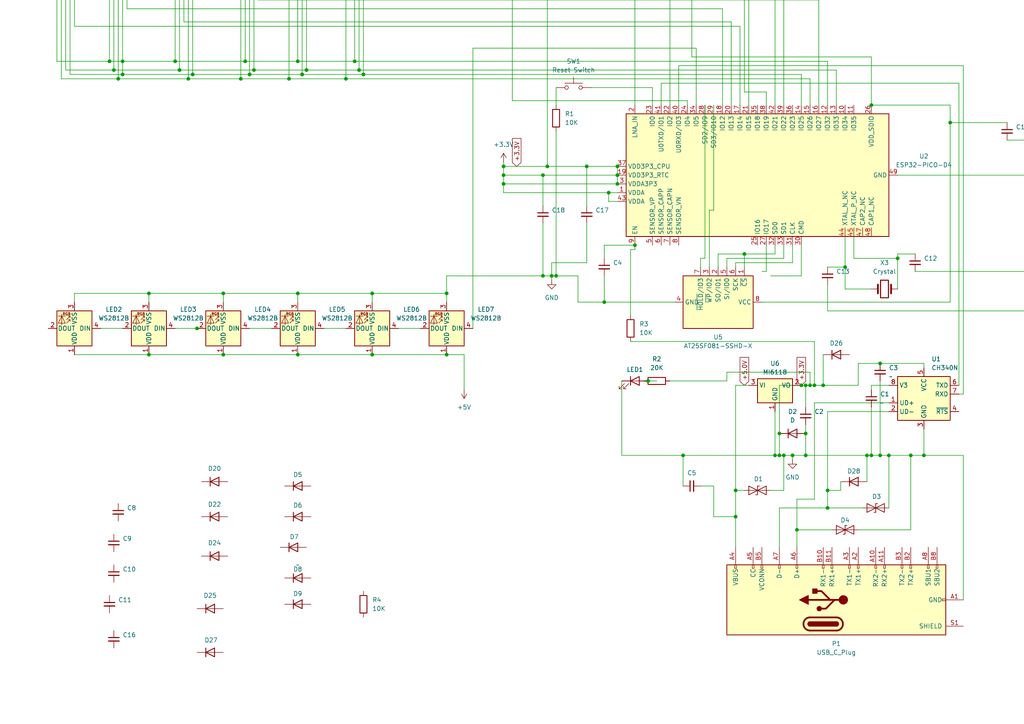
<source format=kicad_sch>
(kicad_sch (version 20250114) (generator "eeschema") (generator_version "9.0")
  (paper "A4")
  (junction (at 74.93 -20.32))
  (junction (at 300.99 -11.43))
  (junction (at 38.1 -21.59))
  (junction (at 74.93 -5.08))
  (junction (at 57.15 -41.91))
  (junction (at 33.02 20.32))
  (junction (at 193.04 -41.91))
  (junction (at 140.97 -49.53))
  (junction (at 231.14 153.67))
  (junction (at 107.95 102.87))
  (junction (at 88.9 20.32))
  (junction (at 74.93 -41.91))
  (junction (at 35.56 21.59))
  (junction (at 146.05 48.26))
  (junction (at 179.07 50.8))
  (junction (at 170.18 48.26))
  (junction (at 72.39 21.59))
  (junction (at 226.06 132.08))
  (junction (at 194.31 -20.32))
  (junction (at 233.68 132.08))
  (junction (at 57.15 -22.86))
  (junction (at 146.05 50.8))
  (junction (at 146.05 53.34))
  (junction (at 87.63 -24.13))
  (junction (at 43.18 85.09))
  (junction (at 69.85 22.86))
  (junction (at 100.33 22.86))
  (junction (at 275.59 35.56))
  (junction (at 224.79 132.08))
  (junction (at 90.17 -24.13))
  (junction (at 245.11 77.47))
  (junction (at 257.81 132.08))
  (junction (at 213.36 142.24))
  (junction (at 57.15 -7.62))
  (junction (at 31.75 17.78))
  (junction (at 107.95 -41.91))
  (junction (at 260.35 74.93))
  (junction (at 252.73 30.48))
  (junction (at 38.1 -41.91))
  (junction (at 86.36 85.09))
  (junction (at 129.54 85.09))
  (junction (at 300.99 50.8))
  (junction (at 267.97 132.08))
  (junction (at 184.15 71.12))
  (junction (at 21.59 -6.35))
  (junction (at 228.6 -17.78))
  (junction (at 223.52 -20.32))
  (junction (at 87.63 21.59))
  (junction (at 64.77 102.87))
  (junction (at 54.61 22.86))
  (junction (at 226.06 125.73))
  (junction (at 300.99 63.5))
  (junction (at 215.9 73.66))
  (junction (at 71.12 17.78))
  (junction (at 252.73 132.08))
  (junction (at 67.31 -62.23))
  (junction (at 255.27 132.08))
  (junction (at 132.08 -44.45))
  (junction (at 240.03 147.32))
  (junction (at 251.46 132.08))
  (junction (at 55.88 21.59))
  (junction (at 158.75 48.26))
  (junction (at 179.07 48.26))
  (junction (at 132.08 -54.61))
  (junction (at 87.63 -41.91))
  (junction (at 104.14 20.32))
  (junction (at 255.27 105.41))
  (junction (at 64.77 85.09))
  (junction (at 261.62 -40.64))
  (junction (at 227.33 132.08))
  (junction (at 50.8 17.78))
  (junction (at 90.17 -8.89))
  (junction (at 107.95 85.09))
  (junction (at 132.08 -68.58))
  (junction (at 241.3 -20.32))
  (junction (at 102.87 17.78))
  (junction (at 85.09 -62.23))
  (junction (at 35.56 17.78))
  (junction (at 198.12 132.08))
  (junction (at 21.59 -21.59))
  (junction (at 179.07 53.34))
  (junction (at 232.41 111.76))
  (junction (at 34.29 -62.23))
  (junction (at 83.82 22.86))
  (junction (at 234.95 111.76))
  (junction (at 157.48 50.8))
  (junction (at 233.68 111.76))
  (junction (at 57.15 95.25))
  (junction (at 105.41 21.59))
  (junction (at 213.36 149.86))
  (junction (at 251.46 -25.4))
  (junction (at 86.36 102.87))
  (junction (at 160.02 80.01))
  (junction (at 233.68 125.73))
  (junction (at 43.18 102.87))
  (junction (at 52.07 20.32))
  (junction (at 157.48 80.01))
  (junction (at 240.03 142.24))
  (junction (at 229.87 132.08))
  (junction (at 107.95 -8.89))
  (junction (at 300.99 -20.32))
  (junction (at 73.66 20.32))
  (junction (at 161.29 80.01))
  (junction (at 238.76 111.76))
  (junction (at 300.99 78.74))
  (junction (at 264.16 132.08))
  (junction (at 236.22 111.76))
  (junction (at 193.04 -20.32))
  (junction (at 236.22 -17.78))
  (junction (at 68.58 -62.23))
  (junction (at 129.54 102.87))
  (junction (at 200.66 -25.4))
  (junction (at 54.61 -62.23))
  (junction (at 187.96 110.49))
  (junction (at 107.95 -24.13))
  (junction (at 300.99 40.64))
  (junction (at 175.26 87.63))
  (junction (at 86.36 17.78))
  (junction (at 34.29 22.86))
  (junction (at 38.1 -6.35))
  (junction (at 176.53 55.88))
  (wire (pts (xy 245.11 68.58) (xy 245.11 77.47)))
  (wire (pts (xy 219.71 -25.4) (xy 224.79 -25.4)))
  (wire (pts (xy 43.18 85.09) (xy 64.77 85.09)))
  (wire (pts (xy 251.46 -25.4) (xy 251.46 -69.85)))
  (wire (pts (xy 57.15 -17.78) (xy 54.61 -17.78)))
  (wire (pts (xy 279.4 173.99) (xy 279.4 132.08)))
  (wire (pts (xy 19.05 -8.89) (xy 19.05 20.32)))
  (wire (pts (xy 207.01 149.86) (xy 213.36 149.86)))
  (wire (pts (xy 86.36 85.09) (xy 107.95 85.09)))
  (wire (pts (xy 292.1 40.64) (xy 300.99 40.64)))
  (wire (pts (xy 25.4 -6.35) (xy 25.4 -21.59)))
  (wire (pts (xy 134.62 102.87) (xy 129.54 102.87)))
  (wire (pts (xy 279.4 19.05) (xy 279.4 114.3)))
  (wire (pts (xy 194.31 30.48) (xy 194.31 -2.54)))
  (wire (pts (xy 140.97 -55.88) (xy 140.97 -49.53)))
  (wire (pts (xy 196.85 19.05) (xy 196.85 30.48)))
  (wire (pts (xy 261.62 -40.64) (xy 300.99 -40.64)))
  (wire (pts (xy 184.15 72.39) (xy 184.15 71.12)))
  (wire (pts (xy 265.43 78.74) (xy 300.99 78.74)))
  (wire (pts (xy 57.15 -15.24) (xy 55.88 -15.24)))
  (wire (pts (xy 214.63 7.62) (xy 21.59 7.62)))
  (wire (pts (xy 222.25 71.12) (xy 222.25 78.74)))
  (wire (pts (xy 54.61 -62.23) (xy 67.31 -62.23)))
  (wire (pts (xy 57.15 -22.86) (xy 57.15 -41.91)))
  (wire (pts (xy 243.84 139.7) (xy 243.84 142.24)))
  (wire (pts (xy 220.98 87.63) (xy 275.59 87.63)))
  (wire (pts (xy 115.57 95.25) (xy 121.92 95.25)))
  (wire (pts (xy 86.36 102.87) (xy 64.77 102.87)))
  (wire (pts (xy 132.08 -41.91) (xy 132.08 -44.45)))
  (wire (pts (xy 52.07 20.32) (xy 73.66 20.32)))
  (wire (pts (xy 226.06 125.73) (xy 226.06 132.08)))
  (wire (pts (xy 224.79 73.66) (xy 215.9 73.66)))
  (wire (pts (xy 167.64 87.63) (xy 167.64 80.01)))
  (wire (pts (xy 21.59 -6.35) (xy 25.4 -6.35)))
  (wire (pts (xy 68.58 -62.23) (xy 85.09 -62.23)))
  (wire (pts (xy 87.63 -24.13) (xy 90.17 -24.13)))
  (wire (pts (xy 175.26 80.01) (xy 175.26 87.63)))
  (wire (pts (xy 74.93 -5.08) (xy 78.74 -5.08)))
  (wire (pts (xy 107.95 -11.43) (xy 104.14 -11.43)))
  (wire (pts (xy 236.22 111.76) (xy 238.76 111.76)))
  (wire (pts (xy 175.26 87.63) (xy 195.58 87.63)))
  (wire (pts (xy 176.53 55.88) (xy 179.07 55.88)))
  (wire (pts (xy 238.76 102.87) (xy 238.76 111.76)))
  (wire (pts (xy 223.52 80.01) (xy 232.41 80.01)))
  (wire (pts (xy 209.55 2.54) (xy 36.83 2.54)))
  (wire (pts (xy 100.33 -19.05) (xy 100.33 22.86)))
  (wire (pts (xy 170.18 48.26) (xy 170.18 59.69)))
  (wire (pts (xy 184.15 71.12) (xy 175.26 71.12)))
  (wire (pts (xy 21.59 85.09) (xy 43.18 85.09)))
  (wire (pts (xy 74.93 0) (xy 237.49 0)))
  (wire (pts (xy 180.34 132.08) (xy 198.12 132.08)))
  (wire (pts (xy 255.27 110.49) (xy 255.27 132.08)))
  (wire (pts (xy 213.36 76.2) (xy 213.36 77.47)))
  (wire (pts (xy 215.9 73.66) (xy 208.28 73.66)))
  (wire (pts (xy 57.15 -10.16) (xy 52.07 -10.16)))
  (wire (pts (xy 261.62 -40.64) (xy 261.62 -33.02)))
  (wire (pts (xy 229.87 -24.13) (xy 228.6 -24.13)))
  (wire (pts (xy 300.99 40.64) (xy 300.99 50.8)))
  (wire (pts (xy 17.78 -19.05) (xy 17.78 -62.23)))
  (wire (pts (xy 90.17 -21.59) (xy 85.09 -21.59)))
  (wire (pts (xy 87.63 -41.91) (xy 87.63 -24.13)))
  (wire (pts (xy 194.31 110.49) (xy 210.82 110.49)))
  (wire (pts (xy 73.66 -7.62) (xy 73.66 20.32)))
  (wire (pts (xy 207.01 140.97) (xy 207.01 149.86)))
  (wire (pts (xy 267.97 106.68) (xy 267.97 105.41)))
  (wire (pts (xy 232.41 -24.13) (xy 236.22 -24.13)))
  (wire (pts (xy 148.59 29.21) (xy 199.39 29.21)))
  (wire (pts (xy 180.34 110.49) (xy 180.34 132.08)))
  (wire (pts (xy 16.51 -11.43) (xy 16.51 17.78)))
  (wire (pts (xy 213.36 -41.91) (xy 213.36 -38.1)))
  (wire (pts (xy 146.05 46.99) (xy 146.05 48.26)))
  (wire (pts (xy 240.03 119.38) (xy 257.81 119.38)))
  (wire (pts (xy 275.59 35.56) (xy 292.1 35.56)))
  (wire (pts (xy 190.5 110.49) (xy 187.96 110.49)))
  (wire (pts (xy 217.17 -38.1) (xy 213.36 -38.1)))
  (wire (pts (xy 78.74 -5.08) (xy 78.74 -20.32)))
  (wire (pts (xy 67.31 -62.23) (xy 68.58 -62.23)))
  (wire (pts (xy 232.41 71.12) (xy 232.41 80.01)))
  (wire (pts (xy 182.88 91.44) (xy 182.88 72.39)))
  (wire (pts (xy 300.99 78.74) (xy 300.99 90.17)))
  (wire (pts (xy 38.1 -13.97) (xy 35.56 -13.97)))
  (wire (pts (xy 134.62 113.03) (xy 134.62 102.87)))
  (wire (pts (xy 257.81 132.08) (xy 257.81 147.32)))
  (wire (pts (xy 52.07 -10.16) (xy 52.07 20.32)))
  (wire (pts (xy 226.06 132.08) (xy 227.33 132.08)))
  (wire (pts (xy 132.08 -54.61) (xy 132.08 -44.45)))
  (wire (pts (xy 129.54 80.01) (xy 129.54 85.09)))
  (wire (pts (xy 194.31 -20.32) (xy 223.52 -20.32)))
  (wire (pts (xy 55.88 -15.24) (xy 55.88 21.59)))
  (wire (pts (xy 209.55 -25.4) (xy 200.66 -25.4)))
  (wire (pts (xy 137.16 13.97) (xy 201.93 13.97)))
  (wire (pts (xy 240.03 77.47) (xy 245.11 77.47)))
  (wire (pts (xy 107.95 -21.59) (xy 100.33 -21.59)))
  (wire (pts (xy 71.12 -10.16) (xy 71.12 17.78)))
  (wire (pts (xy 194.31 -2.54) (xy 107.95 -2.54)))
  (wire (pts (xy 236.22 -24.13) (xy 236.22 -17.78)))
  (wire (pts (xy 252.73 113.03) (xy 252.73 111.76)))
  (wire (pts (xy 157.48 50.8) (xy 179.07 50.8)))
  (wire (pts (xy 267.97 124.46) (xy 267.97 132.08)))
  (wire (pts (xy 213.36 142.24) (xy 215.9 142.24)))
  (wire (pts (xy 148.59 -49.53) (xy 140.97 -49.53)))
  (wire (pts (xy 255.27 105.41) (xy 248.92 105.41)))
  (wire (pts (xy 93.98 95.25) (xy 100.33 95.25)))
  (wire (pts (xy 68.58 -62.23) (xy 68.58 -60.96)))
  (wire (pts (xy 170.18 76.2) (xy 160.02 76.2)))
  (wire (pts (xy 19.05 20.32) (xy 33.02 20.32)))
  (wire (pts (xy 179.07 58.42) (xy 176.53 58.42)))
  (wire (pts (xy 215.9 26.67) (xy 222.25 26.67)))
  (wire (pts (xy 54.61 -20.32) (xy 54.61 -62.23)))
  (wire (pts (xy 203.2 74.93) (xy 203.2 77.47)))
  (wire (pts (xy 224.79 71.12) (xy 224.79 73.66)))
  (wire (pts (xy 252.73 16.51) (xy 252.73 30.48)))
  (wire (pts (xy 241.3 -20.32) (xy 241.3 -17.78)))
  (wire (pts (xy 157.48 80.01) (xy 160.02 80.01)))
  (wire (pts (xy 93.98 -24.13) (xy 90.17 -24.13)))
  (wire (pts (xy 237.49 -40.64) (xy 261.62 -40.64)))
  (wire (pts (xy 227.33 -8.89) (xy 227.33 30.48)))
  (wire (pts (xy 106.68 -24.13) (xy 107.95 -24.13)))
  (wire (pts (xy 252.73 132.08) (xy 255.27 132.08)))
  (wire (pts (xy 105.41 -16.51) (xy 105.41 21.59)))
  (wire (pts (xy 21.59 -41.91) (xy 38.1 -41.91)))
  (wire (pts (xy 223.52 142.24) (xy 227.33 142.24)))
  (wire (pts (xy 215.9 26.67) (xy 215.9 -53.34)))
  (wire (pts (xy 267.97 105.41) (xy 255.27 105.41)))
  (wire (pts (xy 50.8 -12.7) (xy 50.8 17.78)))
  (wire (pts (xy 260.35 73.66) (xy 260.35 74.93)))
  (wire (pts (xy 229.87 71.12) (xy 229.87 76.2)))
  (wire (pts (xy 158.75 -49.53) (xy 193.04 -49.53)))
  (wire (pts (xy 222.25 26.67) (xy 222.25 30.48)))
  (wire (pts (xy 200.66 -25.4) (xy 200.66 16.51)))
  (wire (pts (xy 232.41 111.76) (xy 233.68 111.76)))
  (wire (pts (xy 146.05 48.26) (xy 146.05 50.8)))
  (wire (pts (xy 64.77 85.09) (xy 64.77 87.63)))
  (wire (pts (xy 229.87 132.08) (xy 233.68 132.08)))
  (wire (pts (xy 170.18 48.26) (xy 179.07 48.26)))
  (wire (pts (xy 238.76 111.76) (xy 248.92 111.76)))
  (wire (pts (xy 193.04 -44.45) (xy 193.04 -41.91)))
  (wire (pts (xy 240.03 147.32) (xy 240.03 142.24)))
  (wire (pts (xy 68.58 -20.32) (xy 74.93 -20.32)))
  (wire (pts (xy 237.49 30.48) (xy 237.49 0)))
  (wire (pts (xy 38.1 -41.91) (xy 57.15 -41.91)))
  (wire (pts (xy 232.41 -27.94) (xy 232.41 -24.13)))
  (wire (pts (xy 227.33 142.24) (xy 227.33 132.08)))
  (wire (pts (xy 15.24 -21.59) (xy 21.59 -21.59)))
  (wire (pts (xy 215.9 -53.34) (xy 222.25 -53.34)))
  (wire (pts (xy 240.03 17.78) (xy 102.87 17.78)))
  (wire (pts (xy 231.14 153.67) (xy 241.3 153.67)))
  (wire (pts (xy 21.59 -21.59) (xy 25.4 -21.59)))
  (wire (pts (xy 189.23 -20.32) (xy 193.04 -20.32)))
  (wire (pts (xy 236.22 116.84) (xy 257.81 116.84)))
  (wire (pts (xy 86.36 17.78) (xy 102.87 17.78)))
  (wire (pts (xy 203.2 140.97) (xy 207.01 140.97)))
  (wire (pts (xy 132.08 -78.74) (xy 132.08 -68.58)))
  (wire (pts (xy 175.26 71.12) (xy 175.26 74.93)))
  (wire (pts (xy 82.55 -24.13) (xy 87.63 -24.13)))
  (wire (pts (xy 208.28 73.66) (xy 208.28 77.47)))
  (wire (pts (xy 31.75 17.78) (xy 35.56 17.78)))
  (wire (pts (xy 57.15 -22.86) (xy 60.96 -22.86)))
  (wire (pts (xy 300.99 -40.64) (xy 300.99 -20.32)))
  (wire (pts (xy 227.33 -8.89) (xy 222.25 -8.89)))
  (wire (pts (xy 240.03 30.48) (xy 240.03 17.78)))
  (wire (pts (xy 86.36 85.09) (xy 86.36 87.63)))
  (wire (pts (xy 240.03 147.32) (xy 250.19 147.32)))
  (wire (pts (xy 161.29 38.1) (xy 161.29 80.01)))
  (wire (pts (xy 233.68 125.73) (xy 233.68 132.08)))
  (wire (pts (xy 87.63 -16.51) (xy 87.63 21.59)))
  (wire (pts (xy 86.36 -13.97) (xy 86.36 17.78)))
  (wire (pts (xy 71.12 17.78) (xy 86.36 17.78)))
  (wire (pts (xy 196.85 19.05) (xy 279.4 19.05)))
  (wire (pts (xy 251.46 -25.4) (xy 261.62 -25.4)))
  (wire (pts (xy 82.55 -8.89) (xy 82.55 -24.13)))
  (wire (pts (xy 191.77 24.13) (xy 191.77 30.48)))
  (wire (pts (xy 57.15 95.25) (xy 58.42 95.25)))
  (wire (pts (xy 72.39 -12.7) (xy 72.39 21.59)))
  (wire (pts (xy 243.84 142.24) (xy 240.03 142.24)))
  (wire (pts (xy 93.98 -8.89) (xy 93.98 -24.13)))
  (wire (pts (xy 29.21 95.25) (xy 35.56 95.25)))
  (wire (pts (xy 74.93 -12.7) (xy 72.39 -12.7)))
  (wire (pts (xy 100.33 22.86) (xy 234.95 22.86)))
  (wire (pts (xy 17.78 -16.51) (xy 21.59 -16.51)))
  (wire (pts (xy 33.02 -8.89) (xy 33.02 20.32)))
  (wire (pts (xy 41.91 -6.35) (xy 41.91 -21.59)))
  (wire (pts (xy 90.17 -19.05) (xy 83.82 -19.05)))
  (wire (pts (xy 161.29 80.01) (xy 167.64 80.01)))
  (wire (pts (xy 248.92 105.41) (xy 248.92 111.76)))
  (wire (pts (xy 220.98 78.74) (xy 222.25 78.74)))
  (wire (pts (xy 275.59 30.48) (xy 275.59 35.56)))
  (wire (pts (xy 73.66 20.32) (xy 88.9 20.32)))
  (wire (pts (xy 146.05 53.34) (xy 179.07 53.34)))
  (wire (pts (xy 251.46 -19.05) (xy 251.46 -25.4)))
  (wire (pts (xy 207.01 60.96) (xy 207.01 30.48)))
  (wire (pts (xy 228.6 -17.78) (xy 228.6 -13.97)))
  (wire (pts (xy 74.93 -20.32) (xy 74.93 -41.91)))
  (wire (pts (xy 74.93 -17.78) (xy 67.31 -17.78)))
  (wire (pts (xy 87.63 -41.91) (xy 107.95 -41.91)))
  (wire (pts (xy 167.64 87.63) (xy 175.26 87.63)))
  (wire (pts (xy 229.87 132.08) (xy 229.87 133.35)))
  (wire (pts (xy 30.48 -6.35) (xy 30.48 -21.59)))
  (wire (pts (xy 226.06 158.75) (xy 226.06 147.32)))
  (wire (pts (xy 69.85 22.86) (xy 69.85 -15.24)))
  (wire (pts (xy 38.1 -19.05) (xy 34.29 -19.05)))
  (wire (pts (xy 34.29 -16.51) (xy 34.29 22.86)))
  (wire (pts (xy 57.15 -7.62) (xy 60.96 -7.62)))
  (wire (pts (xy 205.74 60.96) (xy 207.01 60.96)))
  (wire (pts (xy 157.48 64.77) (xy 157.48 80.01)))
  (wire (pts (xy 107.95 -6.35) (xy 107.95 -2.54)))
  (wire (pts (xy 50.8 95.25) (xy 57.15 95.25)))
  (wire (pts (xy 106.68 -8.89) (xy 107.95 -8.89)))
  (wire (pts (xy 146.05 50.8) (xy 157.48 50.8)))
  (wire (pts (xy 227.33 74.93) (xy 210.82 74.93)))
  (wire (pts (xy 236.22 144.78) (xy 236.22 116.84)))
  (wire (pts (xy 15.24 -6.35) (xy 15.24 -21.59)))
  (wire (pts (xy 35.56 17.78) (xy 35.56 21.59)))
  (wire (pts (xy 224.79 -7.62) (xy 219.71 -7.62)))
  (wire (pts (xy 107.95 -16.51) (xy 105.41 -16.51)))
  (wire (pts (xy 279.4 114.3) (xy 278.13 114.3)))
  (wire (pts (xy 74.93 -20.32) (xy 78.74 -20.32)))
  (wire (pts (xy 200.66 -27.94) (xy 200.66 -25.4)))
  (wire (pts (xy 148.59 -33.02) (xy 148.59 29.21)))
  (wire (pts (xy 107.95 -8.89) (xy 111.76 -8.89)))
  (wire (pts (xy 38.1 -21.59) (xy 38.1 -41.91)))
  (wire (pts (xy 231.14 144.78) (xy 236.22 144.78)))
  (wire (pts (xy 38.1 -6.35) (xy 41.91 -6.35)))
  (wire (pts (xy 17.78 22.86) (xy 34.29 22.86)))
  (wire (pts (xy 64.77 85.09) (xy 86.36 85.09)))
  (wire (pts (xy 232.41 30.48) (xy 232.41 21.59)))
  (wire (pts (xy 148.59 -40.64) (xy 148.59 -49.53)))
  (wire (pts (xy 278.13 111.76) (xy 278.13 24.13)))
  (wire (pts (xy 111.76 -8.89) (xy 111.76 -24.13)))
  (wire (pts (xy 212.09 30.48) (xy 212.09 6.35)))
  (wire (pts (xy 106.68 -8.89) (xy 106.68 -24.13)))
  (wire (pts (xy 257.81 132.08) (xy 264.16 132.08)))
  (wire (pts (xy 100.33 -21.59) (xy 100.33 -62.23)))
  (wire (pts (xy 57.15 -12.7) (xy 50.8 -12.7)))
  (wire (pts (xy 60.96 -7.62) (xy 60.96 -22.86)))
  (wire (pts (xy 137.16 95.25) (xy 137.16 13.97)))
  (wire (pts (xy 74.93 -5.08) (xy 68.58 -5.08)))
  (wire (pts (xy 217.17 -5.08) (xy 217.17 30.48)))
  (wire (pts (xy 213.36 149.86) (xy 213.36 158.75)))
  (wire (pts (xy 224.79 -7.62) (xy 224.79 30.48)))
  (wire (pts (xy 107.95 -19.05) (xy 100.33 -19.05)))
  (wire (pts (xy 182.88 99.06) (xy 236.22 99.06)))
  (wire (pts (xy 72.39 95.25) (xy 78.74 95.25)))
  (wire (pts (xy 146.05 55.88) (xy 176.53 55.88)))
  (wire (pts (xy 251.46 139.7) (xy 251.46 132.08)))
  (wire (pts (xy 264.16 132.08) (xy 267.97 132.08)))
  (wire (pts (xy 107.95 -41.91) (xy 107.95 -24.13)))
  (wire (pts (xy 231.14 153.67) (xy 231.14 144.78)))
  (wire (pts (xy 160.02 80.01) (xy 161.29 80.01)))
  (wire (pts (xy 90.17 -11.43) (xy 88.9 -11.43)))
  (wire (pts (xy 223.52 -20.32) (xy 223.52 -17.78)))
  (wire (pts (xy 74.93 -10.16) (xy 71.12 -10.16)))
  (wire (pts (xy 140.97 -63.5) (xy 140.97 -68.58)))
  (wire (pts (xy 194.31 -33.02) (xy 194.31 -20.32)))
  (wire (pts (xy 83.82 22.86) (xy 100.33 22.86)))
  (wire (pts (xy 107.95 102.87) (xy 86.36 102.87)))
  (wire (pts (xy 210.82 74.93) (xy 210.82 77.47)))
  (wire (pts (xy 129.54 80.01) (xy 157.48 80.01)))
  (wire (pts (xy 90.17 -8.89) (xy 82.55 -8.89)))
  (wire (pts (xy 264.16 153.67) (xy 264.16 132.08)))
  (wire (pts (xy 21.59 -19.05) (xy 17.78 -19.05)))
  (wire (pts (xy 233.68 111.76) (xy 234.95 111.76)))
  (wire (pts (xy 85.09 -21.59) (xy 85.09 -62.23)))
  (wire (pts (xy 74.93 -41.91) (xy 87.63 -41.91)))
  (wire (pts (xy 57.15 -7.62) (xy 49.53 -7.62)))
  (wire (pts (xy 265.43 73.66) (xy 260.35 73.66)))
  (wire (pts (xy 224.79 119.38) (xy 224.79 132.08)))
  (wire (pts (xy 43.18 102.87) (xy 21.59 102.87)))
  (wire (pts (xy 229.87 -27.94) (xy 229.87 -24.13)))
  (wire (pts (xy 35.56 21.59) (xy 55.88 21.59)))
  (wire (pts (xy 105.41 21.59) (xy 232.41 21.59)))
  (wire (pts (xy 102.87 -13.97) (xy 107.95 -13.97)))
  (wire (pts (xy 240.03 90.17) (xy 300.99 90.17)))
  (wire (pts (xy 21.59 -21.59) (xy 21.59 -41.91)))
  (wire (pts (xy 20.32 21.59) (xy 35.56 21.59)))
  (wire (pts (xy 54.61 -17.78) (xy 54.61 22.86)))
  (wire (pts (xy 38.1 -11.43) (xy 31.75 -11.43)))
  (wire (pts (xy 179.07 53.34) (xy 179.07 50.8)))
  (wire (pts (xy 88.9 20.32) (xy 104.14 20.32)))
  (wire (pts (xy 245.11 83.82) (xy 252.73 83.82)))
  (wire (pts (xy 90.17 -8.89) (xy 93.98 -8.89)))
  (wire (pts (xy 198.12 140.97) (xy 198.12 132.08)))
  (wire (pts (xy 55.88 21.59) (xy 72.39 21.59)))
  (wire (pts (xy 228.6 -24.13) (xy 228.6 -17.78)))
  (wire (pts (xy 260.35 50.8) (xy 300.99 50.8)))
  (wire (pts (xy 275.59 35.56) (xy 275.59 87.63)))
  (wire (pts (xy 104.14 20.32) (xy 242.57 20.32)))
  (wire (pts (xy 87.63 -16.51) (xy 90.17 -16.51)))
  (wire (pts (xy 233.68 132.08) (xy 251.46 132.08)))
  (wire (pts (xy 209.55 -40.64) (xy 217.17 -40.64)))
  (wire (pts (xy 199.39 30.48) (xy 199.39 29.21)))
  (wire (pts (xy 227.33 71.12) (xy 227.33 74.93)))
  (wire (pts (xy 176.53 58.42) (xy 176.53 55.88)))
  (wire (pts (xy 57.15 -41.91) (xy 74.93 -41.91)))
  (wire (pts (xy 17.78 -16.51) (xy 17.78 22.86)))
  (wire (pts (xy 38.1 -16.51) (xy 34.29 -16.51)))
  (wire (pts (xy 219.71 -7.62) (xy 219.71 -25.4)))
  (wire (pts (xy 90.17 -5.08) (xy 217.17 -5.08)))
  (wire (pts (xy 260.35 74.93) (xy 260.35 83.82)))
  (wire (pts (xy 34.29 -62.23) (xy 54.61 -62.23)))
  (wire (pts (xy 233.68 123.19) (xy 233.68 125.73)))
  (wire (pts (xy 170.18 64.77) (xy 170.18 76.2)))
  (wire (pts (xy 90.17 -6.35) (xy 90.17 -5.08)))
  (wire (pts (xy 17.78 -62.23) (xy 34.29 -62.23)))
  (wire (pts (xy 160.02 80.01) (xy 160.02 81.28)))
  (wire (pts (xy 72.39 21.59) (xy 87.63 21.59)))
  (wire (pts (xy 255.27 132.08) (xy 257.81 132.08)))
  (wire (pts (xy 242.57 30.48) (xy 242.57 20.32)))
  (wire (pts (xy 74.93 -7.62) (xy 73.66 -7.62)))
  (wire (pts (xy 161.29 25.4) (xy 161.29 30.48)))
  (wire (pts (xy 104.14 -11.43) (xy 104.14 20.32)))
  (wire (pts (xy 300.99 63.5) (xy 300.99 78.74)))
  (wire (pts (xy 38.1 -8.89) (xy 33.02 -8.89)))
  (wire (pts (xy 193.04 -41.91) (xy 193.04 -20.32)))
  (wire (pts (xy 209.55 30.48) (xy 209.55 2.54)))
  (wire (pts (xy 252.73 30.48) (xy 275.59 30.48)))
  (wire (pts (xy 35.56 -13.97) (xy 35.56 17.78)))
  (wire (pts (xy 204.47 -69.85) (xy 204.47 -38.1)))
  (wire (pts (xy 132.08 -68.58) (xy 140.97 -68.58)))
  (wire (pts (xy 111.76 -24.13) (xy 107.95 -24.13)))
  (wire (pts (xy 234.95 111.76) (xy 236.22 111.76)))
  (wire (pts (xy 227.33 132.08) (xy 229.87 132.08)))
  (wire (pts (xy 21.59 -6.35) (xy 15.24 -6.35)))
  (wire (pts (xy 204.47 30.48) (xy 204.47 74.93)))
  (wire (pts (xy 107.95 85.09) (xy 107.95 87.63)))
  (wire (pts (xy 34.29 22.86) (xy 54.61 22.86)))
  (wire (pts (xy 139.7 -49.53) (xy 140.97 -49.53)))
  (wire (pts (xy 217.17 111.76) (xy 213.36 111.76)))
  (wire (pts (xy 158.75 48.26) (xy 170.18 48.26)))
  (wire (pts (xy 182.88 72.39) (xy 184.15 72.39)))
  (wire (pts (xy 160.02 76.2) (xy 160.02 80.01)))
  (wire (pts (xy 229.87 76.2) (xy 213.36 76.2)))
  (wire (pts (xy 213.36 -41.91) (xy 193.04 -41.91)))
  (wire (pts (xy 157.48 59.69) (xy 157.48 50.8)))
  (wire (pts (xy 226.06 147.32) (xy 240.03 147.32)))
  (wire (pts (xy 191.77 24.13) (xy 278.13 24.13)))
  (wire (pts (xy 33.02 20.32) (xy 52.07 20.32)))
  (wire (pts (xy 74.93 -2.54) (xy 74.93 0)))
  (wire (pts (xy 54.61 22.86) (xy 69.85 22.86)))
  (wire (pts (xy 69.85 22.86) (xy 83.82 22.86)))
  (wire (pts (xy 129.54 102.87) (xy 107.95 102.87)))
  (wire (pts (xy 251.46 132.08) (xy 252.73 132.08)))
  (wire (pts (xy 224.79 132.08) (xy 226.06 132.08)))
  (wire (pts (xy 68.58 -5.08) (xy 68.58 -20.32)))
  (wire (pts (xy 132.08 -54.61) (xy 132.08 -68.58)))
  (wire (pts (xy 198.12 132.08) (xy 224.79 132.08)))
  (wire (pts (xy 215.9 73.66) (xy 215.9 77.47)))
  (wire (pts (xy 50.8 17.78) (xy 71.12 17.78)))
  (wire (pts (xy 38.1 -6.35) (xy 30.48 -6.35)))
  (wire (pts (xy 209.55 -25.4) (xy 209.55 -40.64)))
  (wire (pts (xy 129.54 85.09) (xy 129.54 87.63)))
  (wire (pts (xy 83.82 -19.05) (xy 83.82 22.86)))
  (wire (pts (xy 300.99 -11.43) (xy 300.99 40.64)))
  (wire (pts (xy 87.63 21.59) (xy 105.41 21.59)))
  (wire (pts (xy 205.74 77.47) (xy 205.74 60.96)))
  (wire (pts (xy 251.46 -11.43) (xy 300.99 -11.43)))
  (wire (pts (xy 38.1 -21.59) (xy 41.91 -21.59)))
  (wire (pts (xy 226.06 125.73) (xy 226.06 111.76)))
  (wire (pts (xy 43.18 85.09) (xy 43.18 87.63)))
  (wire (pts (xy 231.14 158.75) (xy 231.14 153.67)))
  (wire (pts (xy 53.34 6.35) (xy 53.34 -5.08)))
  (wire (pts (xy 233.68 118.11) (xy 233.68 111.76)))
  (wire (pts (xy 247.65 74.93) (xy 260.35 74.93)))
  (wire (pts (xy 234.95 30.48) (xy 234.95 22.86)))
  (wire (pts (xy 236.22 -17.78) (xy 236.22 -13.97)))
  (wire (pts (xy 146.05 53.34) (xy 146.05 55.88)))
  (wire (pts (xy 85.09 -62.23) (xy 100.33 -62.23)))
  (wire (pts (xy 224.79 -27.94) (xy 224.79 -25.4)))
  (wire (pts (xy 189.23 30.48) (xy 189.23 25.4)))
  (wire (pts (xy 251.46 -69.85) (xy 204.47 -69.85)))
  (wire (pts (xy 234.95 107.95) (xy 234.95 111.76)))
  (wire (pts (xy 184.15 -20.32) (xy 184.15 30.48)))
  (wire (pts (xy 223.52 -20.32) (xy 241.3 -20.32)))
  (wire (pts (xy 247.65 68.58) (xy 247.65 74.93)))
  (wire (pts (xy 146.05 48.26) (xy 158.75 48.26)))
  (wire (pts (xy 214.63 30.48) (xy 214.63 7.62)))
  (wire (pts (xy 49.53 -7.62) (xy 49.53 -22.86)))
  (wire (pts (xy 21.59 85.09) (xy 21.59 87.63)))
  (wire (pts (xy 64.77 102.87) (xy 43.18 102.87)))
  (wire (pts (xy 213.36 142.24) (xy 213.36 149.86)))
  (wire (pts (xy 35.56 17.78) (xy 50.8 17.78)))
  (wire (pts (xy 102.87 17.78) (xy 102.87 -13.97)))
  (wire (pts (xy 245.11 77.47) (xy 245.11 83.82)))
  (wire (pts (xy 90.17 -13.97) (xy 86.36 -13.97)))
  (wire (pts (xy 240.03 142.24) (xy 240.03 119.38)))
  (wire (pts (xy 158.75 -49.53) (xy 158.75 48.26)))
  (wire (pts (xy 107.95 -41.91) (xy 132.08 -41.91)))
  (wire (pts (xy 21.59 -11.43) (xy 16.51 -11.43)))
  (wire (pts (xy 30.48 -21.59) (xy 38.1 -21.59)))
  (wire (pts (xy 171.45 25.4) (xy 189.23 25.4)))
  (wire (pts (xy 36.83 -3.81) (xy 38.1 -3.81)))
  (wire (pts (xy 300.99 -20.32) (xy 300.99 -11.43)))
  (wire (pts (xy 200.66 -33.02) (xy 194.31 -33.02)))
  (wire (pts (xy 53.34 -5.08) (xy 57.15 -5.08)))
  (wire (pts (xy 34.29 -19.05) (xy 34.29 -62.23)))
  (wire (pts (xy 210.82 110.49) (xy 210.82 107.95)))
  (wire (pts (xy 21.59 -13.97) (xy 20.32 -13.97)))
  (wire (pts (xy 210.82 107.95) (xy 234.95 107.95)))
  (wire (pts (xy 67.31 -62.23) (xy 67.31 -17.78)))
  (wire (pts (xy 201.93 30.48) (xy 201.93 13.97)))
  (wire (pts (xy 36.83 2.54) (xy 36.83 -3.81)))
  (wire (pts (xy 193.04 -20.32) (xy 194.31 -20.32)))
  (wire (pts (xy 236.22 99.06) (xy 236.22 111.76)))
  (wire (pts (xy 21.59 -3.81) (xy 21.59 7.62)))
  (wire (pts (xy 248.92 153.67) (xy 264.16 153.67)))
  (wire (pts (xy 252.73 118.11) (xy 252.73 132.08)))
  (wire (pts (xy 267.97 132.08) (xy 279.4 132.08)))
  (wire (pts (xy 16.51 17.78) (xy 31.75 17.78)))
  (wire (pts (xy 49.53 -22.86) (xy 57.15 -22.86)))
  (wire (pts (xy 212.09 6.35) (xy 53.34 6.35)))
  (wire (pts (xy 241.3 -20.32) (xy 300.99 -20.32)))
  (wire (pts (xy 146.05 50.8) (xy 146.05 53.34)))
  (wire (pts (xy 204.47 74.93) (xy 203.2 74.93)))
  (wire (pts (xy 21.59 -8.89) (xy 19.05 -8.89)))
  (wire (pts (xy 88.9 -11.43) (xy 88.9 20.32)))
  (wire (pts (xy 252.73 111.76) (xy 257.81 111.76)))
  (wire (pts (xy 213.36 111.76) (xy 213.36 142.24)))
  (wire (pts (xy 179.07 48.26) (xy 179.07 50.8)))
  (wire (pts (xy 222.25 -8.89) (xy 222.25 -27.94)))
  (wire (pts (xy 31.75 -11.43) (xy 31.75 17.78)))
  (wire (pts (xy 300.99 63.5) (xy 300.99 50.8)))
  (wire (pts (xy 57.15 -20.32) (xy 54.61 -20.32)))
  (wire (pts (xy 69.85 -15.24) (xy 74.93 -15.24)))
  (wire (pts (xy 107.95 85.09) (xy 129.54 85.09)))
  (wire (pts (xy 240.03 82.55) (xy 240.03 90.17)))
  (wire (pts (xy 200.66 16.51) (xy 252.73 16.51)))
  (wire (pts (xy 226.06 111.76) (xy 232.41 111.76)))
  (wire (pts (xy 20.32 -13.97) (xy 20.32 21.59)))
  (wire (pts (xy 186.69 110.49) (xy 187.96 110.49)))
  (global_label "+3.3V" (shape input) (at 149.86 48.26 90) (property "Intersheetrefs" "${INTERSHEET_REFS}" (effects (hide yes))))
  (global_label "+5.0V" (shape input) (at 215.9 111.76 90) (property "Intersheetrefs" "${INTERSHEET_REFS}" (effects (hide yes))))
  (global_label "+3.3V" (shape input) (at 232.41 111.76 90) (property "Intersheetrefs" "${INTERSHEET_REFS}" (effects (hide yes))))
  (symbol (lib_id "Device:C_Small") (at 170.18 62.23 0) (unit 1)
    (property "Reference" "C17" (at 172.72 60.9662 0) (effects (justify left)))
    (property "Value" "C_Small" (effects (hide yes)))
    (property "Description" "Unpolarized capacitor, small symbol" (effects (hide yes)))
  )
  (symbol (lib_id "Diode:SD05_SOD323") (at 219.71 142.24 0) (unit 1)
    (property "Reference" "D1" (at 219.964 138.938 0))
    (property "Value" "SD05_SOD323" (effects (hide yes)))
    (property "Footprint" "Diode_SMD:D_0201_0603Metric" (effects (hide yes)))
    (property "Datasheet" "https://www.littelfuse.com/~/media/electronics/datasheets/tvs_diode_arrays/littelfuse_tvs_diode_array_sd_c_datasheet.pdf.pdf" (effects (hide yes)))
    (property "Description" "5V, 450W Discrete Bidirectional TVS Diode, SOD-323" (effects (hide yes)))
  )
  (symbol (lib_id "Device:C_Small") (at 252.73 115.57 0) (unit 1)
    (property "Reference" "C1" (at 255.27 114.3062 0) (effects (justify left)))
    (property "Value" "~" (at 255.27 116.8462 0) (effects (justify left)))
    (property "Description" "Unpolarized capacitor, small symbol" (effects (hide yes)))
  )
  (symbol (lib_id "Transistor_FET:AO3401A") (at 134.62 -49.53 180) (unit 1)
    (property "Reference" "Q2" (at 128.27 -50.8001 0) (effects (justify left)))
    (property "Value" "AO3401A" (at 128.27 -48.2601 0) (effects (justify left)))
    (property "Footprint" "Package_TO_SOT_SMD:SOT-23" (effects (hide yes)))
    (property "Datasheet" "http://www.aosmd.com/pdfs/datasheet/AO3401A.pdf" (effects (hide yes)))
    (property "Description" "-4.0A Id, -30V Vds, P-Channel MOSFET, SOT-23" (effects (hide yes)))
  )
  (symbol (lib_id "Device:C_Small") (at 34.29 148.59 0) (unit 1)
    (property "Reference" "C8" (at 36.83 147.3262 0) (effects (justify left)))
    (property "Value" "C_Small" (effects (hide yes)))
    (property "Description" "Unpolarized capacitor, small symbol" (effects (hide yes)))
  )
  (symbol (lib_id "LED:WS2812B") (at 64.77 95.25 180) (unit 1)
    (property "Reference" "LED4" (at 76.2 89.7538 0))
    (property "Value" "WS2812B" (at 76.2 92.2938 0))
    (property "Footprint" "LED_SMD:LED_WS2812B_PLCC4_5.0x5.0mm_P3.2mm" (effects (hide yes)))
    (property "Datasheet" "https://cdn-shop.adafruit.com/datasheets/WS2812B.pdf" (effects (hide yes)))
    (property "Description" "RGB LED with integrated controller" (effects (hide yes)))
  )
  (symbol (lib_id "LED:WS2812B") (at 86.36 95.25 180) (unit 1)
    (property "Reference" "LED5" (at 97.79 89.7538 0))
    (property "Value" "WS2812B" (at 97.79 92.2938 0))
    (property "Footprint" "LED_SMD:LED_WS2812B_PLCC4_5.0x5.0mm_P3.2mm" (effects (hide yes)))
    (property "Datasheet" "https://cdn-shop.adafruit.com/datasheets/WS2812B.pdf" (effects (hide yes)))
    (property "Description" "RGB LED with integrated controller" (effects (hide yes)))
  )
  (symbol (lib_id "Device:D") (at 229.87 125.73 0) (unit 1)
    (property "Reference" "D2" (at 229.87 119.38 0))
    (property "Value" "D" (at 229.87 121.92 0))
    (property "Description" "Diode" (effects (hide yes)))
    (property "Sim.Device" "D" (effects (hide yes)))
    (property "Sim.Pins" "1=K 2=A" (effects (hide yes)))
  )
  (symbol (lib_id "Device:Battery_Cell") (at 261.62 -30.48 180) (unit 1)
    (property "Reference" "BT1" (at 265.43 -29.9086 0) (effects (justify right)))
    (property "Value" "Battery_Cell" (at 265.43 -27.3686 0) (effects (justify right)))
    (property "Description" "Single-cell battery" (effects (hide yes)))
  )
  (symbol (lib_id "Device:C_Small") (at 33.02 157.48 0) (unit 1)
    (property "Reference" "C9" (at 35.56 156.2162 0) (effects (justify left)))
    (property "Value" "C_Small" (effects (hide yes)))
    (property "Description" "Unpolarized capacitor, small symbol" (effects (hide yes)))
  )
  (symbol (lib_id "Device:D") (at 86.36 140.97 0) (unit 1)
    (property "Reference" "D5" (at 86.36 137.668 0))
    (property "Value" "D" (effects (hide yes)))
    (property "Description" "Diode" (effects (hide yes)))
    (property "Sim.Device" "D" (effects (hide yes)))
    (property "Sim.Pins" "1=K 2=A" (effects (hide yes)))
  )
  (symbol (lib_id "Device:R") (at 140.97 -59.69 180) (unit 1)
    (property "Reference" "R6" (at 143.51 -60.9601 0) (effects (justify right)))
    (property "Value" "10K" (at 143.51 -58.4201 0) (effects (justify right)))
    (property "Description" "Resistor" (effects (hide yes)))
  )
  (symbol (lib_id "Device:C_Small") (at 33.02 185.42 0) (unit 1)
    (property "Reference" "C16" (at 35.56 184.1562 0) (effects (justify left)))
    (property "Value" "C_Small" (effects (hide yes)))
    (property "Description" "Unpolarized capacitor, small symbol" (effects (hide yes)))
  )
  (symbol (lib_id "power:GND") (at 229.87 133.35 0) (unit 1)
    (property "Reference" "#PWR01" (effects (hide yes)))
    (property "Value" "GND" (at 229.87 138.43 0))
    (property "Description" "Power symbol creates a global label with name \"GND\" , ground" (effects (hide yes)))
  )
  (symbol (lib_id "Connector:USB_C_Plug") (at 238.76 173.99 90) (unit 1)
    (property "Reference" "P1" (at 242.57 186.69 90))
    (property "Value" "USB_C_Plug" (at 242.57 189.23 90))
    (property "Footprint" "Connector_USB:USB_C_Receptacle_GCT_USB4105-xx-A_16P_TopMnt_Horizontal" (effects (hide yes)))
    (property "Datasheet" "https://www.usb.org/sites/default/files/documents/usb_type-c.zip" (effects (hide yes)))
    (property "Description" "USB Type-C Plug connector" (effects (hide yes)))
  )
  (symbol (lib_id "Device:D") (at 62.23 139.7 0) (unit 1)
    (property "Reference" "D20" (at 62.23 135.89 0))
    (property "Value" "D" (effects (hide yes)))
    (property "Description" "Diode" (effects (hide yes)))
    (property "Sim.Device" "D" (effects (hide yes)))
    (property "Sim.Pins" "1=K 2=A" (effects (hide yes)))
  )
  (symbol (lib_id "Device:R") (at 105.41 175.26 0) (unit 1)
    (property "Reference" "R4" (at 107.95 173.9899 0) (effects (justify left)))
    (property "Value" "10K" (at 107.95 176.5299 0) (effects (justify left)))
    (property "Description" "Resistor" (effects (hide yes)))
  )
  (symbol (lib_id "Device:R") (at 182.88 95.25 0) (unit 1)
    (property "Reference" "R3" (at 185.42 93.9799 0) (effects (justify left)))
    (property "Value" "10K" (at 185.42 96.5199 0) (effects (justify left)))
    (property "Description" "Resistor" (effects (hide yes)))
  )
  (symbol (lib_id "Device:LED") (at 184.15 110.49 0) (unit 1)
    (property "Reference" "LED1" (at 184.15 107.188 0))
    (property "Value" "LED" (effects (hide yes)))
    (property "Description" "Light emitting diode" (effects (hide yes)))
  )
  (symbol (lib_id "Device:C_Small") (at 233.68 120.65 0) (unit 1)
    (property "Reference" "C2" (at 236.22 119.3862 0) (effects (justify left)))
    (property "Value" "C_Small" (effects (hide yes)))
    (property "Description" "Unpolarized capacitor, small symbol" (effects (hide yes)))
  )
  (symbol (lib_id "Device:C_Small") (at 265.43 76.2 0) (unit 1)
    (property "Reference" "C12" (at 267.97 74.9362 0) (effects (justify left)))
    (property "Value" "C_Small" (effects (hide yes)))
    (property "Description" "Unpolarized capacitor, small symbol" (effects (hide yes)))
  )
  (symbol (lib_id "LED:WS2812B") (at 43.18 95.25 180) (unit 1)
    (property "Reference" "LED3" (at 54.61 89.7538 0))
    (property "Value" "WS2812B" (at 54.61 92.2938 0))
    (property "Footprint" "LED_SMD:LED_WS2812B_PLCC4_5.0x5.0mm_P3.2mm" (effects (hide yes)))
    (property "Datasheet" "https://cdn-shop.adafruit.com/datasheets/WS2812B.pdf" (effects (hide yes)))
    (property "Description" "RGB LED with integrated controller" (effects (hide yes)))
  )
  (symbol (lib_id "Regulator_Linear:AP1117-33") (at 224.79 111.76 0) (unit 1)
    (property "Reference" "U6" (at 224.79 105.41 0))
    (property "Value" "MI6118" (at 224.79 107.95 0))
    (property "Footprint" "Package_TO_SOT_SMD:SOT-223-3_TabPin2" (effects (hide yes)))
    (property "Datasheet" "http://www.diodes.com/datasheets/AP1117.pdf" (effects (hide yes)))
    (property "Description" "1A Low Dropout regulator, positive, 3.3V fixed output, SOT-223" (effects (hide yes)))
  )
  (symbol (lib_id "Device:D") (at 60.96 176.53 0) (unit 1)
    (property "Reference" "D25" (at 60.96 172.72 0))
    (property "Value" "D" (effects (hide yes)))
    (property "Description" "Diode" (effects (hide yes)))
    (property "Sim.Device" "D" (effects (hide yes)))
    (property "Sim.Pins" "1=K 2=A" (effects (hide yes)))
  )
  (symbol (lib_id "Device:D") (at 86.36 149.86 0) (unit 1)
    (property "Reference" "D6" (at 86.36 146.558 0))
    (property "Value" "D" (effects (hide yes)))
    (property "Description" "Diode" (effects (hide yes)))
    (property "Sim.Device" "D" (effects (hide yes)))
    (property "Sim.Pins" "1=K 2=A" (effects (hide yes)))
  )
  (symbol (lib_id "Device:R") (at 190.5 110.49 90) (unit 1)
    (property "Reference" "R2" (at 190.5 104.14 90))
    (property "Value" "20K" (at 190.5 106.68 90))
    (property "Description" "Resistor" (effects (hide yes)))
  )
  (symbol (lib_id "Device:C_Small") (at 175.26 77.47 0) (unit 1)
    (property "Reference" "C4" (at 177.8 76.2062 0) (effects (justify left)))
    (property "Value" "C_Small" (effects (hide yes)))
    (property "Description" "Unpolarized capacitor, small symbol" (effects (hide yes)))
  )
  (symbol (lib_id "Device:Crystal") (at 232.41 -13.97 0) (unit 1)
    (property "Reference" "X1" (at 232.41 -21.59 0))
    (property "Value" "Crystal" (at 232.41 -19.05 0))
    (property "Description" "Two pin crystal" (effects (hide yes)))
  )
  (symbol (lib_id "Connector:Conn_Coaxial_Small") (at 186.69 -20.32 0) (unit 1)
    (property "Reference" "J1" (at 186.1704 -26.67 0))
    (property "Value" "Conn_Coaxial_Small" (at 186.1704 -24.13 0))
    (property "Datasheet" " ~" (effects (hide yes)))
    (property "Description" "small coaxial connector (BNC, SMA, SMB, SMC, Cinch/RCA, LEMO, ...)" (effects (hide yes)))
  )
  (symbol (lib_name "Conn_01x08_Socket_1") (lib_id "Connector:Conn_01x08_Socket") (at 113.03 -16.51 0) (unit 1)
    (property "Reference" "FPC5" (at 114.3 -16.5101 0) (effects (justify left)))
    (property "Value" "Conn_01x08_Socket" (effects (hide yes)))
    (property "Description" "Generic connector, single row, 01x08, script generated" (effects (hide yes)))
  )
  (symbol (lib_id "Device:C_Small") (at 157.48 62.23 0) (unit 1)
    (property "Reference" "C18" (at 160.02 60.9662 0) (effects (justify left)))
    (property "Value" "C_Small" (effects (hide yes)))
    (property "Description" "Unpolarized capacitor, small symbol" (effects (hide yes)))
  )
  (symbol (lib_id "Device:D") (at 247.65 139.7 0) (unit 1)
    (property "Reference" "D28" (at 247.65 136.652 0))
    (property "Value" "D" (effects (hide yes)))
    (property "Description" "Diode" (effects (hide yes)))
    (property "Sim.Device" "D" (effects (hide yes)))
    (property "Sim.Pins" "1=K 2=A" (effects (hide yes)))
  )
  (symbol (lib_id "Device:D") (at 62.23 161.29 0) (unit 1)
    (property "Reference" "D24" (at 62.23 157.48 0))
    (property "Value" "D" (effects (hide yes)))
    (property "Description" "Diode" (effects (hide yes)))
    (property "Sim.Device" "D" (effects (hide yes)))
    (property "Sim.Pins" "1=K 2=A" (effects (hide yes)))
  )
  (symbol (lib_id "Diode:SD05_SOD323") (at 254 147.32 0) (unit 1)
    (property "Reference" "D3" (at 254.254 144.018 0))
    (property "Value" "SD05_SOD323" (effects (hide yes)))
    (property "Footprint" "Diode_SMD:D_0201_0603Metric" (effects (hide yes)))
    (property "Datasheet" "https://www.littelfuse.com/~/media/electronics/datasheets/tvs_diode_arrays/littelfuse_tvs_diode_array_sd_c_datasheet.pdf.pdf" (effects (hide yes)))
    (property "Description" "5V, 450W Discrete Bidirectional TVS Diode, SOD-323" (effects (hide yes)))
  )
  (symbol (lib_id "power:GND") (at 300.99 63.5 0) (unit 1)
    (property "Reference" "#PWR02" (effects (hide yes)))
    (property "Value" "GND" (at 300.99 68.58 0))
    (property "Description" "Power symbol creates a global label with name \"GND\" , ground" (effects (hide yes)))
  )
  (symbol (lib_id "Device:C_Small") (at 292.1 38.1 0) (unit 1)
    (property "Reference" "C15" (at 294.64 36.8362 0) (effects (justify left)))
    (property "Value" "C_Small" (effects (hide yes)))
    (property "Description" "Unpolarized capacitor, small symbol" (effects (hide yes)))
  )
  (symbol (lib_id "Device:C_Small") (at 255.27 107.95 0) (unit 1)
    (property "Reference" "C3" (at 257.81 106.6862 0) (effects (justify left)))
    (property "Value" "~" (at 257.81 109.2262 0) (effects (justify left)))
    (property "Description" "Unpolarized capacitor, small symbol" (effects (hide yes)))
  )
  (symbol (lib_id "Device:C_Small") (at 193.04 -46.99 0) (unit 1)
    (property "Reference" "C19" (at 195.58 -48.2538 0) (effects (justify left)))
    (property "Value" "C_Small" (effects (hide yes)))
    (property "Description" "Unpolarized capacitor, small symbol" (effects (hide yes)))
  )
  (symbol (lib_id "Device:C_Small") (at 240.03 80.01 0) (unit 1)
    (property "Reference" "C13" (at 242.57 78.7462 0) (effects (justify left)))
    (property "Value" "C_Small" (effects (hide yes)))
    (property "Description" "Unpolarized capacitor, small symbol" (effects (hide yes)))
  )
  (symbol (lib_id "LED:WS2812B") (at 107.95 95.25 180) (unit 1)
    (property "Reference" "LED6" (at 119.38 89.7538 0))
    (property "Value" "WS2812B" (at 119.38 92.2938 0))
    (property "Footprint" "LED_SMD:LED_WS2812B_PLCC4_5.0x5.0mm_P3.2mm" (effects (hide yes)))
    (property "Datasheet" "https://cdn-shop.adafruit.com/datasheets/WS2812B.pdf" (effects (hide yes)))
    (property "Description" "RGB LED with integrated controller" (effects (hide yes)))
  )
  (symbol (lib_id "LED:WS2812B") (at 21.59 95.25 180) (unit 1)
    (property "Reference" "LED2" (at 33.02 89.7538 0))
    (property "Value" "WS2812B" (at 33.02 92.2938 0))
    (property "Footprint" "LED_SMD:LED_WS2812B_PLCC4_5.0x5.0mm_P3.2mm" (effects (hide yes)))
    (property "Datasheet" "https://cdn-shop.adafruit.com/datasheets/WS2812B.pdf" (effects (hide yes)))
    (property "Description" "RGB LED with integrated controller" (effects (hide yes)))
  )
  (symbol (lib_id "power:+3.3V") (at 132.08 -78.74 0) (unit 1)
    (property "Reference" "#PWR07" (effects (hide yes)))
    (property "Value" "+3.3V" (at 132.08 -83.82 0))
    (property "Description" "Power symbol creates a global label with name \"+3.3V\"" (effects (hide yes)))
  )
  (symbol (lib_id "Device:D") (at 242.57 102.87 0) (unit 1)
    (property "Reference" "D26" (at 242.57 99.568 0))
    (property "Value" "D" (effects (hide yes)))
    (property "Description" "Diode" (effects (hide yes)))
    (property "Sim.Device" "D" (effects (hide yes)))
    (property "Sim.Pins" "1=K 2=A" (effects (hide yes)))
  )
  (symbol (lib_id "Device:C_Small") (at 226.06 -17.78 90) (unit 1)
    (property "Reference" "C7" (at 226.0663 -21.59 90))
    (property "Value" "~" (at 226.0663 -20.32 90))
    (property "Description" "Unpolarized capacitor, small symbol" (effects (hide yes)))
  )
  (symbol (lib_id "MCU_Espressif:ESP32-PICO-D4") (at 219.71 50.8 90) (unit 1)
    (property "Reference" "U2" (at 267.97 45.3038 90))
    (property "Value" "ESP32-PICO-D4" (at 267.97 47.8438 90))
    (property "Footprint" "Package_DFN_QFN:QFN-48-1EP_7x7mm_P0.5mm_EP5.3x5.3mm" (effects (hide yes)))
    (property "Datasheet" "https://www.espressif.com/sites/default/files/documentation/esp32-pico-d4_datasheet_en.pdf" (effects (hide yes)))
    (property "Description" "RF Module, ESP32 SoC, Wi-Fi 802.11b/g/n, Bluetooth, BLE, 32-bit, 2.7-3.6V, external antenna, QFN-48" (effects (hide yes)))
  )
  (symbol (lib_id "Connector:Conn_01x08_Socket") (at 62.23 -15.24 0) (unit 1)
    (property "Reference" "FPC1" (at 63.5 -15.2401 0) (effects (justify left)))
    (property "Value" "Conn_01x08_Socket" (effects (hide yes)))
    (property "Description" "Generic connector, single row, 01x08, script generated" (effects (hide yes)))
  )
  (symbol (lib_id "Device:D") (at 62.23 149.86 0) (unit 1)
    (property "Reference" "D22" (at 62.23 146.304 0))
    (property "Value" "D" (effects (hide yes)))
    (property "Description" "Diode" (effects (hide yes)))
    (property "Sim.Device" "D" (effects (hide yes)))
    (property "Sim.Pins" "1=K 2=A" (effects (hide yes)))
  )
  (symbol (lib_id "Device:C_Small") (at 238.76 -17.78 90) (unit 1)
    (property "Reference" "C6" (at 238.7663 -22.86 90))
    (property "Value" "~" (at 238.7663 -20.32 90))
    (property "Description" "Unpolarized capacitor, small symbol" (effects (hide yes)))
  )
  (symbol (lib_id "Connector:Conn_01x08_Socket") (at 95.25 -16.51 0) (unit 1)
    (property "Reference" "FPC6" (at 96.52 -16.5101 0) (effects (justify left)))
    (property "Value" "Conn_01x08_Socket" (effects (hide yes)))
    (property "Description" "Generic connector, single row, 01x08, script generated" (effects (hide yes)))
  )
  (symbol (lib_id "Device:C_Small") (at 33.02 166.37 0) (unit 1)
    (property "Reference" "C10" (at 35.56 165.1062 0) (effects (justify left)))
    (property "Value" "C_Small" (effects (hide yes)))
    (property "Description" "Unpolarized capacitor, small symbol" (effects (hide yes)))
  )
  (symbol (lib_id "LED:WS2812B") (at 129.54 95.25 180) (unit 1)
    (property "Reference" "LED7" (at 140.97 89.7538 0))
    (property "Value" "WS2812B" (at 140.97 92.2938 0))
    (property "Footprint" "LED_SMD:LED_WS2812B_PLCC4_5.0x5.0mm_P3.2mm" (effects (hide yes)))
    (property "Datasheet" "https://cdn-shop.adafruit.com/datasheets/WS2812B.pdf" (effects (hide yes)))
    (property "Description" "RGB LED with integrated controller" (effects (hide yes)))
  )
  (symbol (lib_id "Device:C_Small") (at 200.66 -30.48 0) (unit 1)
    (property "Reference" "C14" (at 203.2 -31.7438 0) (effects (justify left)))
    (property "Value" "C_Small" (effects (hide yes)))
    (property "Description" "Unpolarized capacitor, small symbol" (effects (hide yes)))
  )
  (symbol (lib_id "power:+3.3V") (at 146.05 46.99 0) (unit 1)
    (property "Reference" "#PWR03" (effects (hide yes)))
    (property "Value" "+3.3V" (at 146.05 41.91 0))
    (property "Description" "Power symbol creates a global label with name \"+3.3V\"" (effects (hide yes)))
  )
  (symbol (lib_id "Interface_USB:CH340N") (at 267.97 114.3 0) (unit 1)
    (property "Reference" "U1" (at 270.1641 104.14 0) (effects (justify left)))
    (property "Value" "CH340N" (at 270.1641 106.68 0) (effects (justify left)))
    (property "Footprint" "Package_SO:SOP-8_3.9x4.9mm_P1.27mm" (effects (hide yes)))
    (property "Datasheet" "https://aitendo3.sakura.ne.jp/aitendo_data/product_img/ic/inteface/CH340N/ch340n.pdf" (effects (hide yes)))
    (property "Description" "USB serial converter, 2Mbps, UART, SOP-8" (effects (hide yes)))
  )
  (symbol (lib_id "power:+5V") (at 134.62 113.03 180) (unit 1)
    (property "Reference" "#PWR08" (effects (hide yes)))
    (property "Value" "+5V" (at 134.62 118.11 0))
    (property "Description" "Power symbol creates a global label with name \"+5V\"" (effects (hide yes)))
  )
  (symbol (lib_id "Device:D") (at 86.36 175.26 0) (unit 1)
    (property "Reference" "D9" (at 86.36 172.212 0))
    (property "Value" "D" (effects (hide yes)))
    (property "Description" "Diode" (effects (hide yes)))
    (property "Sim.Device" "D" (effects (hide yes)))
    (property "Sim.Pins" "1=K 2=A" (effects (hide yes)))
  )
  (symbol (lib_id "Device:D") (at 85.09 158.75 0) (unit 1)
    (property "Reference" "D7" (at 85.344 155.702 0))
    (property "Value" "D" (effects (hide yes)))
    (property "Description" "Diode" (effects (hide yes)))
    (property "Sim.Device" "D" (effects (hide yes)))
    (property "Sim.Pins" "1=K 2=A" (effects (hide yes)))
  )
  (symbol (lib_id "Device:D") (at 60.96 189.23 0) (unit 1)
    (property "Reference" "D27" (at 61.214 185.674 0))
    (property "Value" "D" (effects (hide yes)))
    (property "Description" "Diode" (effects (hide yes)))
    (property "Sim.Device" "D" (effects (hide yes)))
    (property "Sim.Pins" "1=K 2=A" (effects (hide yes)))
  )
  (symbol (lib_id "Device:D") (at 251.46 -15.24 270) (unit 1)
    (property "Reference" "D19" (at 255.016 -15.24 0))
    (property "Value" "D" (effects (hide yes)))
    (property "Description" "Diode" (effects (hide yes)))
    (property "Sim.Device" "D" (effects (hide yes)))
    (property "Sim.Pins" "1=K 2=A" (effects (hide yes)))
  )
  (symbol (lib_id "Connector:Conn_01x08_Socket") (at 80.01 -12.7 0) (unit 1)
    (property "Reference" "FPC4" (at 81.28 -12.7001 0) (effects (justify left)))
    (property "Value" "Conn_01x08_Socket" (effects (hide yes)))
    (property "Description" "Generic connector, single row, 01x08, script generated" (effects (hide yes)))
  )
  (symbol (lib_id "Timer_RTC:DS1302Z+") (at 227.33 -40.64 90) (unit 1)
    (property "Reference" "U4" (at 241.3 -46.1362 90))
    (property "Value" "DS1302Z+" (at 241.3 -43.5962 90))
    (property "Footprint" "Package_SO:SOIC-8_3.9x4.9mm_P1.27mm" (effects (hide yes)))
    (property "Datasheet" "https://datasheets.maximintegrated.com/en/ds/DS1302.pdf" (effects (hide yes)))
    (property "Description" "Trickle-Charge Timekeeping Chip, 2.0V to 5.5V VCC, 0°C to +70°C, SOIC-8" (effects (hide yes)))
  )
  (symbol (lib_id "power:GND") (at 68.58 -60.96 0) (unit 1)
    (property "Reference" "#PWR05" (effects (hide yes)))
    (property "Value" "GND" (at 68.58 -54.61 0))
    (property "Description" "Power symbol creates a global label with name \"GND\" , ground" (effects (hide yes)))
  )
  (symbol (lib_id "power:GND") (at 160.02 81.28 0) (unit 1)
    (property "Reference" "#PWR04" (effects (hide yes)))
    (property "Value" "GND" (at 160.02 86.36 0))
    (property "Description" "Power symbol creates a global label with name \"GND\" , ground" (effects (hide yes)))
  )
  (symbol (lib_id "Device:C_Small") (at 31.75 175.26 0) (unit 1)
    (property "Reference" "C11" (at 34.29 173.9962 0) (effects (justify left)))
    (property "Value" "C_Small" (effects (hide yes)))
    (property "Description" "Unpolarized capacitor, small symbol" (effects (hide yes)))
  )
  (symbol (lib_id "Switch:SW_Push") (at 166.37 25.4 0) (unit 1)
    (property "Reference" "SW1" (at 166.37 17.78 0))
    (property "Value" "Reset Switch" (at 166.37 20.32 0))
    (property "Description" "Push button switch, generic, two pins" (effects (hide yes)))
  )
  (symbol (lib_id "Device:R") (at 148.59 -36.83 0) (unit 1)
    (property "Reference" "R5" (at 151.13 -38.1001 0) (effects (justify left)))
    (property "Value" "1K" (at 151.13 -35.5601 0) (effects (justify left)))
    (property "Description" "Resistor" (effects (hide yes)))
  )
  (symbol (lib_id "Connector:Conn_01x08_Socket") (at 26.67 -13.97 0) (unit 1)
    (property "Reference" "FPC3" (at 27.94 -13.9701 0) (effects (justify left)))
    (property "Value" "Conn_01x08_Socket" (effects (hide yes)))
    (property "Description" "Generic connector, single row, 01x08, script generated" (effects (hide yes)))
  )
  (symbol (lib_id "Device:R") (at 161.29 34.29 180) (unit 1)
    (property "Reference" "R1" (at 163.83 33.0199 0) (effects (justify right)))
    (property "Value" "10K" (at 163.83 35.5599 0) (effects (justify right)))
    (property "Description" "Resistor" (effects (hide yes)))
  )
  (symbol (lib_id "Memory_Flash:AT25SF081-SSHD-X") (at 208.28 87.63 270) (unit 1)
    (property "Reference" "U5" (at 208.28 97.79 90))
    (property "Value" "AT25SF081-SSHD-X" (at 208.28 100.33 90))
    (property "Footprint" "Package_SO:SOIC-8_3.9x4.9mm_P1.27mm" (effects (hide yes)))
    (property "Datasheet" "https://www.adestotech.com/wp-content/uploads/DS-AT25SF081_045.pdf" (effects (hide yes)))
    (property "Description" "8-Mbit, 2.5V Minimum SPI Serial Flash Memory with Dual-I/O and Quad-I/O Support, SOIC-8" (effects (hide yes)))
  )
  (symbol (lib_id "Diode:SD05_SOD323") (at 245.11 153.67 0) (unit 1)
    (property "Reference" "D4" (at 245.11 150.876 0))
    (property "Value" "SD05_SOD323" (effects (hide yes)))
    (property "Footprint" "Diode_SMD:D_0201_0603Metric" (effects (hide yes)))
    (property "Datasheet" "https://www.littelfuse.com/~/media/electronics/datasheets/tvs_diode_arrays/littelfuse_tvs_diode_array_sd_c_datasheet.pdf.pdf" (effects (hide yes)))
    (property "Description" "5V, 450W Discrete Bidirectional TVS Diode, SOD-323" (effects (hide yes)))
  )
  (symbol (lib_id "Connector:Conn_01x08_Socket") (at 43.18 -13.97 0) (unit 1)
    (property "Reference" "FPC2" (at 44.45 -13.9701 0) (effects (justify left)))
    (property "Value" "Conn_01x08_Socket" (effects (hide yes)))
    (property "Description" "Generic connector, single row, 01x08, script generated" (effects (hide yes)))
  )
  (symbol (lib_id "Device:C_Small") (at 200.66 140.97 90) (unit 1)
    (property "Reference" "C5" (at 200.66 137.16 90))
    (property "Value" "C_Small" (effects (hide yes)))
    (property "Description" "Unpolarized capacitor, small symbol" (effects (hide yes)))
  )
  (symbol (lib_id "Device:D") (at 86.36 167.64 0) (unit 1)
    (property "Reference" "D8" (at 86.36 165.1 0))
    (property "Value" "~" (at 86.36 163.83 0))
    (property "Description" "Diode" (effects (hide yes)))
    (property "Sim.Device" "D" (effects (hide yes)))
    (property "Sim.Pins" "1=K 2=A" (effects (hide yes)))
  )
  (symbol (lib_id "Device:Crystal") (at 256.54 83.82 0) (unit 1)
    (property "Reference" "X3" (at 256.54 76.2 0))
    (property "Value" "Crystal" (at 256.54 78.74 0))
    (property "Description" "Two pin crystal" (effects (hide yes)))
  )
)
</source>
